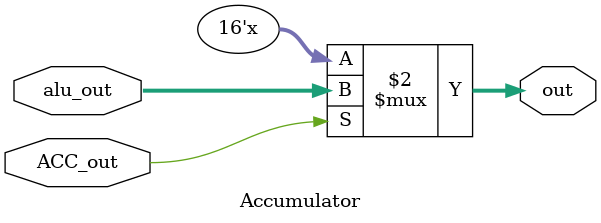
<source format=v>
`timescale 1ns / 1ps

module Accumulator(
  input [15:0] alu_out,
  input ACC_out,
  output reg[15:0] out
);
 
 always @(*) begin
   if (ACC_out) begin
     out <= alu_out;
   end
 end
 
endmodule

</source>
